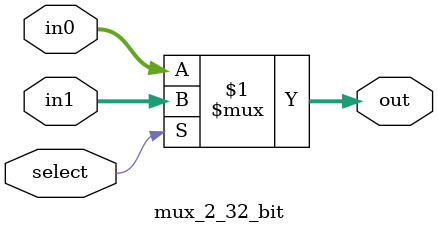
<source format=v>
module mux_2_32_bit(out, select, in0, in1);

	input select;
	input [31:0] in0, in1;
	output [31:0] out;
	assign out = select ? in1 : in0;

endmodule

</source>
